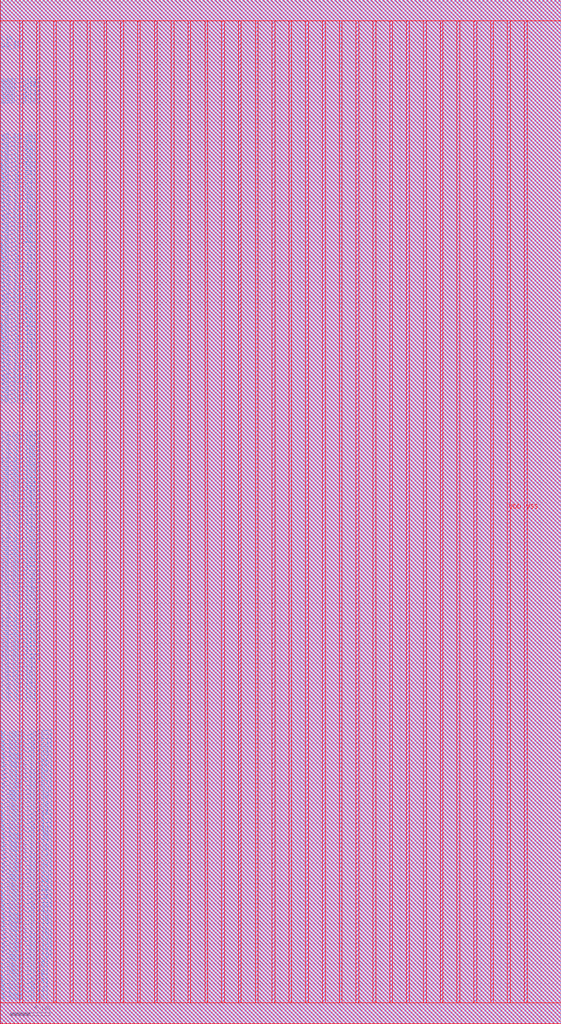
<source format=lef>
VERSION 5.7 ;
BUSBITCHARS "[]" ;
MACRO fakeram45_64x64
  FOREIGN fakeram45_64x64 0 0 ;
  SYMMETRY X Y R90 ;
  SIZE 56.050 BY 102.200 ;
  CLASS BLOCK ;
  PIN w_mask_in[0]
    DIRECTION INPUT ;
    USE SIGNAL ;
    SHAPE ABUTMENT ;
    PORT
      LAYER metal3 ;
      RECT 0.000 2.065 0.070 2.135 ;
    END
  END w_mask_in[0]
  PIN w_mask_in[1]
    DIRECTION INPUT ;
    USE SIGNAL ;
    SHAPE ABUTMENT ;
    PORT
      LAYER metal3 ;
      RECT 0.000 2.485 0.070 2.555 ;
    END
  END w_mask_in[1]
  PIN w_mask_in[2]
    DIRECTION INPUT ;
    USE SIGNAL ;
    SHAPE ABUTMENT ;
    PORT
      LAYER metal3 ;
      RECT 0.000 2.905 0.070 2.975 ;
    END
  END w_mask_in[2]
  PIN w_mask_in[3]
    DIRECTION INPUT ;
    USE SIGNAL ;
    SHAPE ABUTMENT ;
    PORT
      LAYER metal3 ;
      RECT 0.000 3.325 0.070 3.395 ;
    END
  END w_mask_in[3]
  PIN w_mask_in[4]
    DIRECTION INPUT ;
    USE SIGNAL ;
    SHAPE ABUTMENT ;
    PORT
      LAYER metal3 ;
      RECT 0.000 3.745 0.070 3.815 ;
    END
  END w_mask_in[4]
  PIN w_mask_in[5]
    DIRECTION INPUT ;
    USE SIGNAL ;
    SHAPE ABUTMENT ;
    PORT
      LAYER metal3 ;
      RECT 0.000 4.165 0.070 4.235 ;
    END
  END w_mask_in[5]
  PIN w_mask_in[6]
    DIRECTION INPUT ;
    USE SIGNAL ;
    SHAPE ABUTMENT ;
    PORT
      LAYER metal3 ;
      RECT 0.000 4.585 0.070 4.655 ;
    END
  END w_mask_in[6]
  PIN w_mask_in[7]
    DIRECTION INPUT ;
    USE SIGNAL ;
    SHAPE ABUTMENT ;
    PORT
      LAYER metal3 ;
      RECT 0.000 5.005 0.070 5.075 ;
    END
  END w_mask_in[7]
  PIN w_mask_in[8]
    DIRECTION INPUT ;
    USE SIGNAL ;
    SHAPE ABUTMENT ;
    PORT
      LAYER metal3 ;
      RECT 0.000 5.425 0.070 5.495 ;
    END
  END w_mask_in[8]
  PIN w_mask_in[9]
    DIRECTION INPUT ;
    USE SIGNAL ;
    SHAPE ABUTMENT ;
    PORT
      LAYER metal3 ;
      RECT 0.000 5.845 0.070 5.915 ;
    END
  END w_mask_in[9]
  PIN w_mask_in[10]
    DIRECTION INPUT ;
    USE SIGNAL ;
    SHAPE ABUTMENT ;
    PORT
      LAYER metal3 ;
      RECT 0.000 6.265 0.070 6.335 ;
    END
  END w_mask_in[10]
  PIN w_mask_in[11]
    DIRECTION INPUT ;
    USE SIGNAL ;
    SHAPE ABUTMENT ;
    PORT
      LAYER metal3 ;
      RECT 0.000 6.685 0.070 6.755 ;
    END
  END w_mask_in[11]
  PIN w_mask_in[12]
    DIRECTION INPUT ;
    USE SIGNAL ;
    SHAPE ABUTMENT ;
    PORT
      LAYER metal3 ;
      RECT 0.000 7.105 0.070 7.175 ;
    END
  END w_mask_in[12]
  PIN w_mask_in[13]
    DIRECTION INPUT ;
    USE SIGNAL ;
    SHAPE ABUTMENT ;
    PORT
      LAYER metal3 ;
      RECT 0.000 7.525 0.070 7.595 ;
    END
  END w_mask_in[13]
  PIN w_mask_in[14]
    DIRECTION INPUT ;
    USE SIGNAL ;
    SHAPE ABUTMENT ;
    PORT
      LAYER metal3 ;
      RECT 0.000 7.945 0.070 8.015 ;
    END
  END w_mask_in[14]
  PIN w_mask_in[15]
    DIRECTION INPUT ;
    USE SIGNAL ;
    SHAPE ABUTMENT ;
    PORT
      LAYER metal3 ;
      RECT 0.000 8.365 0.070 8.435 ;
    END
  END w_mask_in[15]
  PIN w_mask_in[16]
    DIRECTION INPUT ;
    USE SIGNAL ;
    SHAPE ABUTMENT ;
    PORT
      LAYER metal3 ;
      RECT 0.000 8.785 0.070 8.855 ;
    END
  END w_mask_in[16]
  PIN w_mask_in[17]
    DIRECTION INPUT ;
    USE SIGNAL ;
    SHAPE ABUTMENT ;
    PORT
      LAYER metal3 ;
      RECT 0.000 9.205 0.070 9.275 ;
    END
  END w_mask_in[17]
  PIN w_mask_in[18]
    DIRECTION INPUT ;
    USE SIGNAL ;
    SHAPE ABUTMENT ;
    PORT
      LAYER metal3 ;
      RECT 0.000 9.625 0.070 9.695 ;
    END
  END w_mask_in[18]
  PIN w_mask_in[19]
    DIRECTION INPUT ;
    USE SIGNAL ;
    SHAPE ABUTMENT ;
    PORT
      LAYER metal3 ;
      RECT 0.000 10.045 0.070 10.115 ;
    END
  END w_mask_in[19]
  PIN w_mask_in[20]
    DIRECTION INPUT ;
    USE SIGNAL ;
    SHAPE ABUTMENT ;
    PORT
      LAYER metal3 ;
      RECT 0.000 10.465 0.070 10.535 ;
    END
  END w_mask_in[20]
  PIN w_mask_in[21]
    DIRECTION INPUT ;
    USE SIGNAL ;
    SHAPE ABUTMENT ;
    PORT
      LAYER metal3 ;
      RECT 0.000 10.885 0.070 10.955 ;
    END
  END w_mask_in[21]
  PIN w_mask_in[22]
    DIRECTION INPUT ;
    USE SIGNAL ;
    SHAPE ABUTMENT ;
    PORT
      LAYER metal3 ;
      RECT 0.000 11.305 0.070 11.375 ;
    END
  END w_mask_in[22]
  PIN w_mask_in[23]
    DIRECTION INPUT ;
    USE SIGNAL ;
    SHAPE ABUTMENT ;
    PORT
      LAYER metal3 ;
      RECT 0.000 11.725 0.070 11.795 ;
    END
  END w_mask_in[23]
  PIN w_mask_in[24]
    DIRECTION INPUT ;
    USE SIGNAL ;
    SHAPE ABUTMENT ;
    PORT
      LAYER metal3 ;
      RECT 0.000 12.145 0.070 12.215 ;
    END
  END w_mask_in[24]
  PIN w_mask_in[25]
    DIRECTION INPUT ;
    USE SIGNAL ;
    SHAPE ABUTMENT ;
    PORT
      LAYER metal3 ;
      RECT 0.000 12.565 0.070 12.635 ;
    END
  END w_mask_in[25]
  PIN w_mask_in[26]
    DIRECTION INPUT ;
    USE SIGNAL ;
    SHAPE ABUTMENT ;
    PORT
      LAYER metal3 ;
      RECT 0.000 12.985 0.070 13.055 ;
    END
  END w_mask_in[26]
  PIN w_mask_in[27]
    DIRECTION INPUT ;
    USE SIGNAL ;
    SHAPE ABUTMENT ;
    PORT
      LAYER metal3 ;
      RECT 0.000 13.405 0.070 13.475 ;
    END
  END w_mask_in[27]
  PIN w_mask_in[28]
    DIRECTION INPUT ;
    USE SIGNAL ;
    SHAPE ABUTMENT ;
    PORT
      LAYER metal3 ;
      RECT 0.000 13.825 0.070 13.895 ;
    END
  END w_mask_in[28]
  PIN w_mask_in[29]
    DIRECTION INPUT ;
    USE SIGNAL ;
    SHAPE ABUTMENT ;
    PORT
      LAYER metal3 ;
      RECT 0.000 14.245 0.070 14.315 ;
    END
  END w_mask_in[29]
  PIN w_mask_in[30]
    DIRECTION INPUT ;
    USE SIGNAL ;
    SHAPE ABUTMENT ;
    PORT
      LAYER metal3 ;
      RECT 0.000 14.665 0.070 14.735 ;
    END
  END w_mask_in[30]
  PIN w_mask_in[31]
    DIRECTION INPUT ;
    USE SIGNAL ;
    SHAPE ABUTMENT ;
    PORT
      LAYER metal3 ;
      RECT 0.000 15.085 0.070 15.155 ;
    END
  END w_mask_in[31]
  PIN w_mask_in[32]
    DIRECTION INPUT ;
    USE SIGNAL ;
    SHAPE ABUTMENT ;
    PORT
      LAYER metal3 ;
      RECT 0.000 15.505 0.070 15.575 ;
    END
  END w_mask_in[32]
  PIN w_mask_in[33]
    DIRECTION INPUT ;
    USE SIGNAL ;
    SHAPE ABUTMENT ;
    PORT
      LAYER metal3 ;
      RECT 0.000 15.925 0.070 15.995 ;
    END
  END w_mask_in[33]
  PIN w_mask_in[34]
    DIRECTION INPUT ;
    USE SIGNAL ;
    SHAPE ABUTMENT ;
    PORT
      LAYER metal3 ;
      RECT 0.000 16.345 0.070 16.415 ;
    END
  END w_mask_in[34]
  PIN w_mask_in[35]
    DIRECTION INPUT ;
    USE SIGNAL ;
    SHAPE ABUTMENT ;
    PORT
      LAYER metal3 ;
      RECT 0.000 16.765 0.070 16.835 ;
    END
  END w_mask_in[35]
  PIN w_mask_in[36]
    DIRECTION INPUT ;
    USE SIGNAL ;
    SHAPE ABUTMENT ;
    PORT
      LAYER metal3 ;
      RECT 0.000 17.185 0.070 17.255 ;
    END
  END w_mask_in[36]
  PIN w_mask_in[37]
    DIRECTION INPUT ;
    USE SIGNAL ;
    SHAPE ABUTMENT ;
    PORT
      LAYER metal3 ;
      RECT 0.000 17.605 0.070 17.675 ;
    END
  END w_mask_in[37]
  PIN w_mask_in[38]
    DIRECTION INPUT ;
    USE SIGNAL ;
    SHAPE ABUTMENT ;
    PORT
      LAYER metal3 ;
      RECT 0.000 18.025 0.070 18.095 ;
    END
  END w_mask_in[38]
  PIN w_mask_in[39]
    DIRECTION INPUT ;
    USE SIGNAL ;
    SHAPE ABUTMENT ;
    PORT
      LAYER metal3 ;
      RECT 0.000 18.445 0.070 18.515 ;
    END
  END w_mask_in[39]
  PIN w_mask_in[40]
    DIRECTION INPUT ;
    USE SIGNAL ;
    SHAPE ABUTMENT ;
    PORT
      LAYER metal3 ;
      RECT 0.000 18.865 0.070 18.935 ;
    END
  END w_mask_in[40]
  PIN w_mask_in[41]
    DIRECTION INPUT ;
    USE SIGNAL ;
    SHAPE ABUTMENT ;
    PORT
      LAYER metal3 ;
      RECT 0.000 19.285 0.070 19.355 ;
    END
  END w_mask_in[41]
  PIN w_mask_in[42]
    DIRECTION INPUT ;
    USE SIGNAL ;
    SHAPE ABUTMENT ;
    PORT
      LAYER metal3 ;
      RECT 0.000 19.705 0.070 19.775 ;
    END
  END w_mask_in[42]
  PIN w_mask_in[43]
    DIRECTION INPUT ;
    USE SIGNAL ;
    SHAPE ABUTMENT ;
    PORT
      LAYER metal3 ;
      RECT 0.000 20.125 0.070 20.195 ;
    END
  END w_mask_in[43]
  PIN w_mask_in[44]
    DIRECTION INPUT ;
    USE SIGNAL ;
    SHAPE ABUTMENT ;
    PORT
      LAYER metal3 ;
      RECT 0.000 20.545 0.070 20.615 ;
    END
  END w_mask_in[44]
  PIN w_mask_in[45]
    DIRECTION INPUT ;
    USE SIGNAL ;
    SHAPE ABUTMENT ;
    PORT
      LAYER metal3 ;
      RECT 0.000 20.965 0.070 21.035 ;
    END
  END w_mask_in[45]
  PIN w_mask_in[46]
    DIRECTION INPUT ;
    USE SIGNAL ;
    SHAPE ABUTMENT ;
    PORT
      LAYER metal3 ;
      RECT 0.000 21.385 0.070 21.455 ;
    END
  END w_mask_in[46]
  PIN w_mask_in[47]
    DIRECTION INPUT ;
    USE SIGNAL ;
    SHAPE ABUTMENT ;
    PORT
      LAYER metal3 ;
      RECT 0.000 21.805 0.070 21.875 ;
    END
  END w_mask_in[47]
  PIN w_mask_in[48]
    DIRECTION INPUT ;
    USE SIGNAL ;
    SHAPE ABUTMENT ;
    PORT
      LAYER metal3 ;
      RECT 0.000 22.225 0.070 22.295 ;
    END
  END w_mask_in[48]
  PIN w_mask_in[49]
    DIRECTION INPUT ;
    USE SIGNAL ;
    SHAPE ABUTMENT ;
    PORT
      LAYER metal3 ;
      RECT 0.000 22.645 0.070 22.715 ;
    END
  END w_mask_in[49]
  PIN w_mask_in[50]
    DIRECTION INPUT ;
    USE SIGNAL ;
    SHAPE ABUTMENT ;
    PORT
      LAYER metal3 ;
      RECT 0.000 23.065 0.070 23.135 ;
    END
  END w_mask_in[50]
  PIN w_mask_in[51]
    DIRECTION INPUT ;
    USE SIGNAL ;
    SHAPE ABUTMENT ;
    PORT
      LAYER metal3 ;
      RECT 0.000 23.485 0.070 23.555 ;
    END
  END w_mask_in[51]
  PIN w_mask_in[52]
    DIRECTION INPUT ;
    USE SIGNAL ;
    SHAPE ABUTMENT ;
    PORT
      LAYER metal3 ;
      RECT 0.000 23.905 0.070 23.975 ;
    END
  END w_mask_in[52]
  PIN w_mask_in[53]
    DIRECTION INPUT ;
    USE SIGNAL ;
    SHAPE ABUTMENT ;
    PORT
      LAYER metal3 ;
      RECT 0.000 24.325 0.070 24.395 ;
    END
  END w_mask_in[53]
  PIN w_mask_in[54]
    DIRECTION INPUT ;
    USE SIGNAL ;
    SHAPE ABUTMENT ;
    PORT
      LAYER metal3 ;
      RECT 0.000 24.745 0.070 24.815 ;
    END
  END w_mask_in[54]
  PIN w_mask_in[55]
    DIRECTION INPUT ;
    USE SIGNAL ;
    SHAPE ABUTMENT ;
    PORT
      LAYER metal3 ;
      RECT 0.000 25.165 0.070 25.235 ;
    END
  END w_mask_in[55]
  PIN w_mask_in[56]
    DIRECTION INPUT ;
    USE SIGNAL ;
    SHAPE ABUTMENT ;
    PORT
      LAYER metal3 ;
      RECT 0.000 25.585 0.070 25.655 ;
    END
  END w_mask_in[56]
  PIN w_mask_in[57]
    DIRECTION INPUT ;
    USE SIGNAL ;
    SHAPE ABUTMENT ;
    PORT
      LAYER metal3 ;
      RECT 0.000 26.005 0.070 26.075 ;
    END
  END w_mask_in[57]
  PIN w_mask_in[58]
    DIRECTION INPUT ;
    USE SIGNAL ;
    SHAPE ABUTMENT ;
    PORT
      LAYER metal3 ;
      RECT 0.000 26.425 0.070 26.495 ;
    END
  END w_mask_in[58]
  PIN w_mask_in[59]
    DIRECTION INPUT ;
    USE SIGNAL ;
    SHAPE ABUTMENT ;
    PORT
      LAYER metal3 ;
      RECT 0.000 26.845 0.070 26.915 ;
    END
  END w_mask_in[59]
  PIN w_mask_in[60]
    DIRECTION INPUT ;
    USE SIGNAL ;
    SHAPE ABUTMENT ;
    PORT
      LAYER metal3 ;
      RECT 0.000 27.265 0.070 27.335 ;
    END
  END w_mask_in[60]
  PIN w_mask_in[61]
    DIRECTION INPUT ;
    USE SIGNAL ;
    SHAPE ABUTMENT ;
    PORT
      LAYER metal3 ;
      RECT 0.000 27.685 0.070 27.755 ;
    END
  END w_mask_in[61]
  PIN w_mask_in[62]
    DIRECTION INPUT ;
    USE SIGNAL ;
    SHAPE ABUTMENT ;
    PORT
      LAYER metal3 ;
      RECT 0.000 28.105 0.070 28.175 ;
    END
  END w_mask_in[62]
  PIN w_mask_in[63]
    DIRECTION INPUT ;
    USE SIGNAL ;
    SHAPE ABUTMENT ;
    PORT
      LAYER metal3 ;
      RECT 0.000 28.525 0.070 28.595 ;
    END
  END w_mask_in[63]
  PIN rd_out[0]
    DIRECTION OUTPUT ;
    USE SIGNAL ;
    SHAPE ABUTMENT ;
    PORT
      LAYER metal3 ;
      RECT 0.000 31.885 0.070 31.955 ;
    END
  END rd_out[0]
  PIN rd_out[1]
    DIRECTION OUTPUT ;
    USE SIGNAL ;
    SHAPE ABUTMENT ;
    PORT
      LAYER metal3 ;
      RECT 0.000 32.305 0.070 32.375 ;
    END
  END rd_out[1]
  PIN rd_out[2]
    DIRECTION OUTPUT ;
    USE SIGNAL ;
    SHAPE ABUTMENT ;
    PORT
      LAYER metal3 ;
      RECT 0.000 32.725 0.070 32.795 ;
    END
  END rd_out[2]
  PIN rd_out[3]
    DIRECTION OUTPUT ;
    USE SIGNAL ;
    SHAPE ABUTMENT ;
    PORT
      LAYER metal3 ;
      RECT 0.000 33.145 0.070 33.215 ;
    END
  END rd_out[3]
  PIN rd_out[4]
    DIRECTION OUTPUT ;
    USE SIGNAL ;
    SHAPE ABUTMENT ;
    PORT
      LAYER metal3 ;
      RECT 0.000 33.565 0.070 33.635 ;
    END
  END rd_out[4]
  PIN rd_out[5]
    DIRECTION OUTPUT ;
    USE SIGNAL ;
    SHAPE ABUTMENT ;
    PORT
      LAYER metal3 ;
      RECT 0.000 33.985 0.070 34.055 ;
    END
  END rd_out[5]
  PIN rd_out[6]
    DIRECTION OUTPUT ;
    USE SIGNAL ;
    SHAPE ABUTMENT ;
    PORT
      LAYER metal3 ;
      RECT 0.000 34.405 0.070 34.475 ;
    END
  END rd_out[6]
  PIN rd_out[7]
    DIRECTION OUTPUT ;
    USE SIGNAL ;
    SHAPE ABUTMENT ;
    PORT
      LAYER metal3 ;
      RECT 0.000 34.825 0.070 34.895 ;
    END
  END rd_out[7]
  PIN rd_out[8]
    DIRECTION OUTPUT ;
    USE SIGNAL ;
    SHAPE ABUTMENT ;
    PORT
      LAYER metal3 ;
      RECT 0.000 35.245 0.070 35.315 ;
    END
  END rd_out[8]
  PIN rd_out[9]
    DIRECTION OUTPUT ;
    USE SIGNAL ;
    SHAPE ABUTMENT ;
    PORT
      LAYER metal3 ;
      RECT 0.000 35.665 0.070 35.735 ;
    END
  END rd_out[9]
  PIN rd_out[10]
    DIRECTION OUTPUT ;
    USE SIGNAL ;
    SHAPE ABUTMENT ;
    PORT
      LAYER metal3 ;
      RECT 0.000 36.085 0.070 36.155 ;
    END
  END rd_out[10]
  PIN rd_out[11]
    DIRECTION OUTPUT ;
    USE SIGNAL ;
    SHAPE ABUTMENT ;
    PORT
      LAYER metal3 ;
      RECT 0.000 36.505 0.070 36.575 ;
    END
  END rd_out[11]
  PIN rd_out[12]
    DIRECTION OUTPUT ;
    USE SIGNAL ;
    SHAPE ABUTMENT ;
    PORT
      LAYER metal3 ;
      RECT 0.000 36.925 0.070 36.995 ;
    END
  END rd_out[12]
  PIN rd_out[13]
    DIRECTION OUTPUT ;
    USE SIGNAL ;
    SHAPE ABUTMENT ;
    PORT
      LAYER metal3 ;
      RECT 0.000 37.345 0.070 37.415 ;
    END
  END rd_out[13]
  PIN rd_out[14]
    DIRECTION OUTPUT ;
    USE SIGNAL ;
    SHAPE ABUTMENT ;
    PORT
      LAYER metal3 ;
      RECT 0.000 37.765 0.070 37.835 ;
    END
  END rd_out[14]
  PIN rd_out[15]
    DIRECTION OUTPUT ;
    USE SIGNAL ;
    SHAPE ABUTMENT ;
    PORT
      LAYER metal3 ;
      RECT 0.000 38.185 0.070 38.255 ;
    END
  END rd_out[15]
  PIN rd_out[16]
    DIRECTION OUTPUT ;
    USE SIGNAL ;
    SHAPE ABUTMENT ;
    PORT
      LAYER metal3 ;
      RECT 0.000 38.605 0.070 38.675 ;
    END
  END rd_out[16]
  PIN rd_out[17]
    DIRECTION OUTPUT ;
    USE SIGNAL ;
    SHAPE ABUTMENT ;
    PORT
      LAYER metal3 ;
      RECT 0.000 39.025 0.070 39.095 ;
    END
  END rd_out[17]
  PIN rd_out[18]
    DIRECTION OUTPUT ;
    USE SIGNAL ;
    SHAPE ABUTMENT ;
    PORT
      LAYER metal3 ;
      RECT 0.000 39.445 0.070 39.515 ;
    END
  END rd_out[18]
  PIN rd_out[19]
    DIRECTION OUTPUT ;
    USE SIGNAL ;
    SHAPE ABUTMENT ;
    PORT
      LAYER metal3 ;
      RECT 0.000 39.865 0.070 39.935 ;
    END
  END rd_out[19]
  PIN rd_out[20]
    DIRECTION OUTPUT ;
    USE SIGNAL ;
    SHAPE ABUTMENT ;
    PORT
      LAYER metal3 ;
      RECT 0.000 40.285 0.070 40.355 ;
    END
  END rd_out[20]
  PIN rd_out[21]
    DIRECTION OUTPUT ;
    USE SIGNAL ;
    SHAPE ABUTMENT ;
    PORT
      LAYER metal3 ;
      RECT 0.000 40.705 0.070 40.775 ;
    END
  END rd_out[21]
  PIN rd_out[22]
    DIRECTION OUTPUT ;
    USE SIGNAL ;
    SHAPE ABUTMENT ;
    PORT
      LAYER metal3 ;
      RECT 0.000 41.125 0.070 41.195 ;
    END
  END rd_out[22]
  PIN rd_out[23]
    DIRECTION OUTPUT ;
    USE SIGNAL ;
    SHAPE ABUTMENT ;
    PORT
      LAYER metal3 ;
      RECT 0.000 41.545 0.070 41.615 ;
    END
  END rd_out[23]
  PIN rd_out[24]
    DIRECTION OUTPUT ;
    USE SIGNAL ;
    SHAPE ABUTMENT ;
    PORT
      LAYER metal3 ;
      RECT 0.000 41.965 0.070 42.035 ;
    END
  END rd_out[24]
  PIN rd_out[25]
    DIRECTION OUTPUT ;
    USE SIGNAL ;
    SHAPE ABUTMENT ;
    PORT
      LAYER metal3 ;
      RECT 0.000 42.385 0.070 42.455 ;
    END
  END rd_out[25]
  PIN rd_out[26]
    DIRECTION OUTPUT ;
    USE SIGNAL ;
    SHAPE ABUTMENT ;
    PORT
      LAYER metal3 ;
      RECT 0.000 42.805 0.070 42.875 ;
    END
  END rd_out[26]
  PIN rd_out[27]
    DIRECTION OUTPUT ;
    USE SIGNAL ;
    SHAPE ABUTMENT ;
    PORT
      LAYER metal3 ;
      RECT 0.000 43.225 0.070 43.295 ;
    END
  END rd_out[27]
  PIN rd_out[28]
    DIRECTION OUTPUT ;
    USE SIGNAL ;
    SHAPE ABUTMENT ;
    PORT
      LAYER metal3 ;
      RECT 0.000 43.645 0.070 43.715 ;
    END
  END rd_out[28]
  PIN rd_out[29]
    DIRECTION OUTPUT ;
    USE SIGNAL ;
    SHAPE ABUTMENT ;
    PORT
      LAYER metal3 ;
      RECT 0.000 44.065 0.070 44.135 ;
    END
  END rd_out[29]
  PIN rd_out[30]
    DIRECTION OUTPUT ;
    USE SIGNAL ;
    SHAPE ABUTMENT ;
    PORT
      LAYER metal3 ;
      RECT 0.000 44.485 0.070 44.555 ;
    END
  END rd_out[30]
  PIN rd_out[31]
    DIRECTION OUTPUT ;
    USE SIGNAL ;
    SHAPE ABUTMENT ;
    PORT
      LAYER metal3 ;
      RECT 0.000 44.905 0.070 44.975 ;
    END
  END rd_out[31]
  PIN rd_out[32]
    DIRECTION OUTPUT ;
    USE SIGNAL ;
    SHAPE ABUTMENT ;
    PORT
      LAYER metal3 ;
      RECT 0.000 45.325 0.070 45.395 ;
    END
  END rd_out[32]
  PIN rd_out[33]
    DIRECTION OUTPUT ;
    USE SIGNAL ;
    SHAPE ABUTMENT ;
    PORT
      LAYER metal3 ;
      RECT 0.000 45.745 0.070 45.815 ;
    END
  END rd_out[33]
  PIN rd_out[34]
    DIRECTION OUTPUT ;
    USE SIGNAL ;
    SHAPE ABUTMENT ;
    PORT
      LAYER metal3 ;
      RECT 0.000 46.165 0.070 46.235 ;
    END
  END rd_out[34]
  PIN rd_out[35]
    DIRECTION OUTPUT ;
    USE SIGNAL ;
    SHAPE ABUTMENT ;
    PORT
      LAYER metal3 ;
      RECT 0.000 46.585 0.070 46.655 ;
    END
  END rd_out[35]
  PIN rd_out[36]
    DIRECTION OUTPUT ;
    USE SIGNAL ;
    SHAPE ABUTMENT ;
    PORT
      LAYER metal3 ;
      RECT 0.000 47.005 0.070 47.075 ;
    END
  END rd_out[36]
  PIN rd_out[37]
    DIRECTION OUTPUT ;
    USE SIGNAL ;
    SHAPE ABUTMENT ;
    PORT
      LAYER metal3 ;
      RECT 0.000 47.425 0.070 47.495 ;
    END
  END rd_out[37]
  PIN rd_out[38]
    DIRECTION OUTPUT ;
    USE SIGNAL ;
    SHAPE ABUTMENT ;
    PORT
      LAYER metal3 ;
      RECT 0.000 47.845 0.070 47.915 ;
    END
  END rd_out[38]
  PIN rd_out[39]
    DIRECTION OUTPUT ;
    USE SIGNAL ;
    SHAPE ABUTMENT ;
    PORT
      LAYER metal3 ;
      RECT 0.000 48.265 0.070 48.335 ;
    END
  END rd_out[39]
  PIN rd_out[40]
    DIRECTION OUTPUT ;
    USE SIGNAL ;
    SHAPE ABUTMENT ;
    PORT
      LAYER metal3 ;
      RECT 0.000 48.685 0.070 48.755 ;
    END
  END rd_out[40]
  PIN rd_out[41]
    DIRECTION OUTPUT ;
    USE SIGNAL ;
    SHAPE ABUTMENT ;
    PORT
      LAYER metal3 ;
      RECT 0.000 49.105 0.070 49.175 ;
    END
  END rd_out[41]
  PIN rd_out[42]
    DIRECTION OUTPUT ;
    USE SIGNAL ;
    SHAPE ABUTMENT ;
    PORT
      LAYER metal3 ;
      RECT 0.000 49.525 0.070 49.595 ;
    END
  END rd_out[42]
  PIN rd_out[43]
    DIRECTION OUTPUT ;
    USE SIGNAL ;
    SHAPE ABUTMENT ;
    PORT
      LAYER metal3 ;
      RECT 0.000 49.945 0.070 50.015 ;
    END
  END rd_out[43]
  PIN rd_out[44]
    DIRECTION OUTPUT ;
    USE SIGNAL ;
    SHAPE ABUTMENT ;
    PORT
      LAYER metal3 ;
      RECT 0.000 50.365 0.070 50.435 ;
    END
  END rd_out[44]
  PIN rd_out[45]
    DIRECTION OUTPUT ;
    USE SIGNAL ;
    SHAPE ABUTMENT ;
    PORT
      LAYER metal3 ;
      RECT 0.000 50.785 0.070 50.855 ;
    END
  END rd_out[45]
  PIN rd_out[46]
    DIRECTION OUTPUT ;
    USE SIGNAL ;
    SHAPE ABUTMENT ;
    PORT
      LAYER metal3 ;
      RECT 0.000 51.205 0.070 51.275 ;
    END
  END rd_out[46]
  PIN rd_out[47]
    DIRECTION OUTPUT ;
    USE SIGNAL ;
    SHAPE ABUTMENT ;
    PORT
      LAYER metal3 ;
      RECT 0.000 51.625 0.070 51.695 ;
    END
  END rd_out[47]
  PIN rd_out[48]
    DIRECTION OUTPUT ;
    USE SIGNAL ;
    SHAPE ABUTMENT ;
    PORT
      LAYER metal3 ;
      RECT 0.000 52.045 0.070 52.115 ;
    END
  END rd_out[48]
  PIN rd_out[49]
    DIRECTION OUTPUT ;
    USE SIGNAL ;
    SHAPE ABUTMENT ;
    PORT
      LAYER metal3 ;
      RECT 0.000 52.465 0.070 52.535 ;
    END
  END rd_out[49]
  PIN rd_out[50]
    DIRECTION OUTPUT ;
    USE SIGNAL ;
    SHAPE ABUTMENT ;
    PORT
      LAYER metal3 ;
      RECT 0.000 52.885 0.070 52.955 ;
    END
  END rd_out[50]
  PIN rd_out[51]
    DIRECTION OUTPUT ;
    USE SIGNAL ;
    SHAPE ABUTMENT ;
    PORT
      LAYER metal3 ;
      RECT 0.000 53.305 0.070 53.375 ;
    END
  END rd_out[51]
  PIN rd_out[52]
    DIRECTION OUTPUT ;
    USE SIGNAL ;
    SHAPE ABUTMENT ;
    PORT
      LAYER metal3 ;
      RECT 0.000 53.725 0.070 53.795 ;
    END
  END rd_out[52]
  PIN rd_out[53]
    DIRECTION OUTPUT ;
    USE SIGNAL ;
    SHAPE ABUTMENT ;
    PORT
      LAYER metal3 ;
      RECT 0.000 54.145 0.070 54.215 ;
    END
  END rd_out[53]
  PIN rd_out[54]
    DIRECTION OUTPUT ;
    USE SIGNAL ;
    SHAPE ABUTMENT ;
    PORT
      LAYER metal3 ;
      RECT 0.000 54.565 0.070 54.635 ;
    END
  END rd_out[54]
  PIN rd_out[55]
    DIRECTION OUTPUT ;
    USE SIGNAL ;
    SHAPE ABUTMENT ;
    PORT
      LAYER metal3 ;
      RECT 0.000 54.985 0.070 55.055 ;
    END
  END rd_out[55]
  PIN rd_out[56]
    DIRECTION OUTPUT ;
    USE SIGNAL ;
    SHAPE ABUTMENT ;
    PORT
      LAYER metal3 ;
      RECT 0.000 55.405 0.070 55.475 ;
    END
  END rd_out[56]
  PIN rd_out[57]
    DIRECTION OUTPUT ;
    USE SIGNAL ;
    SHAPE ABUTMENT ;
    PORT
      LAYER metal3 ;
      RECT 0.000 55.825 0.070 55.895 ;
    END
  END rd_out[57]
  PIN rd_out[58]
    DIRECTION OUTPUT ;
    USE SIGNAL ;
    SHAPE ABUTMENT ;
    PORT
      LAYER metal3 ;
      RECT 0.000 56.245 0.070 56.315 ;
    END
  END rd_out[58]
  PIN rd_out[59]
    DIRECTION OUTPUT ;
    USE SIGNAL ;
    SHAPE ABUTMENT ;
    PORT
      LAYER metal3 ;
      RECT 0.000 56.665 0.070 56.735 ;
    END
  END rd_out[59]
  PIN rd_out[60]
    DIRECTION OUTPUT ;
    USE SIGNAL ;
    SHAPE ABUTMENT ;
    PORT
      LAYER metal3 ;
      RECT 0.000 57.085 0.070 57.155 ;
    END
  END rd_out[60]
  PIN rd_out[61]
    DIRECTION OUTPUT ;
    USE SIGNAL ;
    SHAPE ABUTMENT ;
    PORT
      LAYER metal3 ;
      RECT 0.000 57.505 0.070 57.575 ;
    END
  END rd_out[61]
  PIN rd_out[62]
    DIRECTION OUTPUT ;
    USE SIGNAL ;
    SHAPE ABUTMENT ;
    PORT
      LAYER metal3 ;
      RECT 0.000 57.925 0.070 57.995 ;
    END
  END rd_out[62]
  PIN rd_out[63]
    DIRECTION OUTPUT ;
    USE SIGNAL ;
    SHAPE ABUTMENT ;
    PORT
      LAYER metal3 ;
      RECT 0.000 58.345 0.070 58.415 ;
    END
  END rd_out[63]
  PIN wd_in[0]
    DIRECTION INPUT ;
    USE SIGNAL ;
    SHAPE ABUTMENT ;
    PORT
      LAYER metal3 ;
      RECT 0.000 61.705 0.070 61.775 ;
    END
  END wd_in[0]
  PIN wd_in[1]
    DIRECTION INPUT ;
    USE SIGNAL ;
    SHAPE ABUTMENT ;
    PORT
      LAYER metal3 ;
      RECT 0.000 62.125 0.070 62.195 ;
    END
  END wd_in[1]
  PIN wd_in[2]
    DIRECTION INPUT ;
    USE SIGNAL ;
    SHAPE ABUTMENT ;
    PORT
      LAYER metal3 ;
      RECT 0.000 62.545 0.070 62.615 ;
    END
  END wd_in[2]
  PIN wd_in[3]
    DIRECTION INPUT ;
    USE SIGNAL ;
    SHAPE ABUTMENT ;
    PORT
      LAYER metal3 ;
      RECT 0.000 62.965 0.070 63.035 ;
    END
  END wd_in[3]
  PIN wd_in[4]
    DIRECTION INPUT ;
    USE SIGNAL ;
    SHAPE ABUTMENT ;
    PORT
      LAYER metal3 ;
      RECT 0.000 63.385 0.070 63.455 ;
    END
  END wd_in[4]
  PIN wd_in[5]
    DIRECTION INPUT ;
    USE SIGNAL ;
    SHAPE ABUTMENT ;
    PORT
      LAYER metal3 ;
      RECT 0.000 63.805 0.070 63.875 ;
    END
  END wd_in[5]
  PIN wd_in[6]
    DIRECTION INPUT ;
    USE SIGNAL ;
    SHAPE ABUTMENT ;
    PORT
      LAYER metal3 ;
      RECT 0.000 64.225 0.070 64.295 ;
    END
  END wd_in[6]
  PIN wd_in[7]
    DIRECTION INPUT ;
    USE SIGNAL ;
    SHAPE ABUTMENT ;
    PORT
      LAYER metal3 ;
      RECT 0.000 64.645 0.070 64.715 ;
    END
  END wd_in[7]
  PIN wd_in[8]
    DIRECTION INPUT ;
    USE SIGNAL ;
    SHAPE ABUTMENT ;
    PORT
      LAYER metal3 ;
      RECT 0.000 65.065 0.070 65.135 ;
    END
  END wd_in[8]
  PIN wd_in[9]
    DIRECTION INPUT ;
    USE SIGNAL ;
    SHAPE ABUTMENT ;
    PORT
      LAYER metal3 ;
      RECT 0.000 65.485 0.070 65.555 ;
    END
  END wd_in[9]
  PIN wd_in[10]
    DIRECTION INPUT ;
    USE SIGNAL ;
    SHAPE ABUTMENT ;
    PORT
      LAYER metal3 ;
      RECT 0.000 65.905 0.070 65.975 ;
    END
  END wd_in[10]
  PIN wd_in[11]
    DIRECTION INPUT ;
    USE SIGNAL ;
    SHAPE ABUTMENT ;
    PORT
      LAYER metal3 ;
      RECT 0.000 66.325 0.070 66.395 ;
    END
  END wd_in[11]
  PIN wd_in[12]
    DIRECTION INPUT ;
    USE SIGNAL ;
    SHAPE ABUTMENT ;
    PORT
      LAYER metal3 ;
      RECT 0.000 66.745 0.070 66.815 ;
    END
  END wd_in[12]
  PIN wd_in[13]
    DIRECTION INPUT ;
    USE SIGNAL ;
    SHAPE ABUTMENT ;
    PORT
      LAYER metal3 ;
      RECT 0.000 67.165 0.070 67.235 ;
    END
  END wd_in[13]
  PIN wd_in[14]
    DIRECTION INPUT ;
    USE SIGNAL ;
    SHAPE ABUTMENT ;
    PORT
      LAYER metal3 ;
      RECT 0.000 67.585 0.070 67.655 ;
    END
  END wd_in[14]
  PIN wd_in[15]
    DIRECTION INPUT ;
    USE SIGNAL ;
    SHAPE ABUTMENT ;
    PORT
      LAYER metal3 ;
      RECT 0.000 68.005 0.070 68.075 ;
    END
  END wd_in[15]
  PIN wd_in[16]
    DIRECTION INPUT ;
    USE SIGNAL ;
    SHAPE ABUTMENT ;
    PORT
      LAYER metal3 ;
      RECT 0.000 68.425 0.070 68.495 ;
    END
  END wd_in[16]
  PIN wd_in[17]
    DIRECTION INPUT ;
    USE SIGNAL ;
    SHAPE ABUTMENT ;
    PORT
      LAYER metal3 ;
      RECT 0.000 68.845 0.070 68.915 ;
    END
  END wd_in[17]
  PIN wd_in[18]
    DIRECTION INPUT ;
    USE SIGNAL ;
    SHAPE ABUTMENT ;
    PORT
      LAYER metal3 ;
      RECT 0.000 69.265 0.070 69.335 ;
    END
  END wd_in[18]
  PIN wd_in[19]
    DIRECTION INPUT ;
    USE SIGNAL ;
    SHAPE ABUTMENT ;
    PORT
      LAYER metal3 ;
      RECT 0.000 69.685 0.070 69.755 ;
    END
  END wd_in[19]
  PIN wd_in[20]
    DIRECTION INPUT ;
    USE SIGNAL ;
    SHAPE ABUTMENT ;
    PORT
      LAYER metal3 ;
      RECT 0.000 70.105 0.070 70.175 ;
    END
  END wd_in[20]
  PIN wd_in[21]
    DIRECTION INPUT ;
    USE SIGNAL ;
    SHAPE ABUTMENT ;
    PORT
      LAYER metal3 ;
      RECT 0.000 70.525 0.070 70.595 ;
    END
  END wd_in[21]
  PIN wd_in[22]
    DIRECTION INPUT ;
    USE SIGNAL ;
    SHAPE ABUTMENT ;
    PORT
      LAYER metal3 ;
      RECT 0.000 70.945 0.070 71.015 ;
    END
  END wd_in[22]
  PIN wd_in[23]
    DIRECTION INPUT ;
    USE SIGNAL ;
    SHAPE ABUTMENT ;
    PORT
      LAYER metal3 ;
      RECT 0.000 71.365 0.070 71.435 ;
    END
  END wd_in[23]
  PIN wd_in[24]
    DIRECTION INPUT ;
    USE SIGNAL ;
    SHAPE ABUTMENT ;
    PORT
      LAYER metal3 ;
      RECT 0.000 71.785 0.070 71.855 ;
    END
  END wd_in[24]
  PIN wd_in[25]
    DIRECTION INPUT ;
    USE SIGNAL ;
    SHAPE ABUTMENT ;
    PORT
      LAYER metal3 ;
      RECT 0.000 72.205 0.070 72.275 ;
    END
  END wd_in[25]
  PIN wd_in[26]
    DIRECTION INPUT ;
    USE SIGNAL ;
    SHAPE ABUTMENT ;
    PORT
      LAYER metal3 ;
      RECT 0.000 72.625 0.070 72.695 ;
    END
  END wd_in[26]
  PIN wd_in[27]
    DIRECTION INPUT ;
    USE SIGNAL ;
    SHAPE ABUTMENT ;
    PORT
      LAYER metal3 ;
      RECT 0.000 73.045 0.070 73.115 ;
    END
  END wd_in[27]
  PIN wd_in[28]
    DIRECTION INPUT ;
    USE SIGNAL ;
    SHAPE ABUTMENT ;
    PORT
      LAYER metal3 ;
      RECT 0.000 73.465 0.070 73.535 ;
    END
  END wd_in[28]
  PIN wd_in[29]
    DIRECTION INPUT ;
    USE SIGNAL ;
    SHAPE ABUTMENT ;
    PORT
      LAYER metal3 ;
      RECT 0.000 73.885 0.070 73.955 ;
    END
  END wd_in[29]
  PIN wd_in[30]
    DIRECTION INPUT ;
    USE SIGNAL ;
    SHAPE ABUTMENT ;
    PORT
      LAYER metal3 ;
      RECT 0.000 74.305 0.070 74.375 ;
    END
  END wd_in[30]
  PIN wd_in[31]
    DIRECTION INPUT ;
    USE SIGNAL ;
    SHAPE ABUTMENT ;
    PORT
      LAYER metal3 ;
      RECT 0.000 74.725 0.070 74.795 ;
    END
  END wd_in[31]
  PIN wd_in[32]
    DIRECTION INPUT ;
    USE SIGNAL ;
    SHAPE ABUTMENT ;
    PORT
      LAYER metal3 ;
      RECT 0.000 75.145 0.070 75.215 ;
    END
  END wd_in[32]
  PIN wd_in[33]
    DIRECTION INPUT ;
    USE SIGNAL ;
    SHAPE ABUTMENT ;
    PORT
      LAYER metal3 ;
      RECT 0.000 75.565 0.070 75.635 ;
    END
  END wd_in[33]
  PIN wd_in[34]
    DIRECTION INPUT ;
    USE SIGNAL ;
    SHAPE ABUTMENT ;
    PORT
      LAYER metal3 ;
      RECT 0.000 75.985 0.070 76.055 ;
    END
  END wd_in[34]
  PIN wd_in[35]
    DIRECTION INPUT ;
    USE SIGNAL ;
    SHAPE ABUTMENT ;
    PORT
      LAYER metal3 ;
      RECT 0.000 76.405 0.070 76.475 ;
    END
  END wd_in[35]
  PIN wd_in[36]
    DIRECTION INPUT ;
    USE SIGNAL ;
    SHAPE ABUTMENT ;
    PORT
      LAYER metal3 ;
      RECT 0.000 76.825 0.070 76.895 ;
    END
  END wd_in[36]
  PIN wd_in[37]
    DIRECTION INPUT ;
    USE SIGNAL ;
    SHAPE ABUTMENT ;
    PORT
      LAYER metal3 ;
      RECT 0.000 77.245 0.070 77.315 ;
    END
  END wd_in[37]
  PIN wd_in[38]
    DIRECTION INPUT ;
    USE SIGNAL ;
    SHAPE ABUTMENT ;
    PORT
      LAYER metal3 ;
      RECT 0.000 77.665 0.070 77.735 ;
    END
  END wd_in[38]
  PIN wd_in[39]
    DIRECTION INPUT ;
    USE SIGNAL ;
    SHAPE ABUTMENT ;
    PORT
      LAYER metal3 ;
      RECT 0.000 78.085 0.070 78.155 ;
    END
  END wd_in[39]
  PIN wd_in[40]
    DIRECTION INPUT ;
    USE SIGNAL ;
    SHAPE ABUTMENT ;
    PORT
      LAYER metal3 ;
      RECT 0.000 78.505 0.070 78.575 ;
    END
  END wd_in[40]
  PIN wd_in[41]
    DIRECTION INPUT ;
    USE SIGNAL ;
    SHAPE ABUTMENT ;
    PORT
      LAYER metal3 ;
      RECT 0.000 78.925 0.070 78.995 ;
    END
  END wd_in[41]
  PIN wd_in[42]
    DIRECTION INPUT ;
    USE SIGNAL ;
    SHAPE ABUTMENT ;
    PORT
      LAYER metal3 ;
      RECT 0.000 79.345 0.070 79.415 ;
    END
  END wd_in[42]
  PIN wd_in[43]
    DIRECTION INPUT ;
    USE SIGNAL ;
    SHAPE ABUTMENT ;
    PORT
      LAYER metal3 ;
      RECT 0.000 79.765 0.070 79.835 ;
    END
  END wd_in[43]
  PIN wd_in[44]
    DIRECTION INPUT ;
    USE SIGNAL ;
    SHAPE ABUTMENT ;
    PORT
      LAYER metal3 ;
      RECT 0.000 80.185 0.070 80.255 ;
    END
  END wd_in[44]
  PIN wd_in[45]
    DIRECTION INPUT ;
    USE SIGNAL ;
    SHAPE ABUTMENT ;
    PORT
      LAYER metal3 ;
      RECT 0.000 80.605 0.070 80.675 ;
    END
  END wd_in[45]
  PIN wd_in[46]
    DIRECTION INPUT ;
    USE SIGNAL ;
    SHAPE ABUTMENT ;
    PORT
      LAYER metal3 ;
      RECT 0.000 81.025 0.070 81.095 ;
    END
  END wd_in[46]
  PIN wd_in[47]
    DIRECTION INPUT ;
    USE SIGNAL ;
    SHAPE ABUTMENT ;
    PORT
      LAYER metal3 ;
      RECT 0.000 81.445 0.070 81.515 ;
    END
  END wd_in[47]
  PIN wd_in[48]
    DIRECTION INPUT ;
    USE SIGNAL ;
    SHAPE ABUTMENT ;
    PORT
      LAYER metal3 ;
      RECT 0.000 81.865 0.070 81.935 ;
    END
  END wd_in[48]
  PIN wd_in[49]
    DIRECTION INPUT ;
    USE SIGNAL ;
    SHAPE ABUTMENT ;
    PORT
      LAYER metal3 ;
      RECT 0.000 82.285 0.070 82.355 ;
    END
  END wd_in[49]
  PIN wd_in[50]
    DIRECTION INPUT ;
    USE SIGNAL ;
    SHAPE ABUTMENT ;
    PORT
      LAYER metal3 ;
      RECT 0.000 82.705 0.070 82.775 ;
    END
  END wd_in[50]
  PIN wd_in[51]
    DIRECTION INPUT ;
    USE SIGNAL ;
    SHAPE ABUTMENT ;
    PORT
      LAYER metal3 ;
      RECT 0.000 83.125 0.070 83.195 ;
    END
  END wd_in[51]
  PIN wd_in[52]
    DIRECTION INPUT ;
    USE SIGNAL ;
    SHAPE ABUTMENT ;
    PORT
      LAYER metal3 ;
      RECT 0.000 83.545 0.070 83.615 ;
    END
  END wd_in[52]
  PIN wd_in[53]
    DIRECTION INPUT ;
    USE SIGNAL ;
    SHAPE ABUTMENT ;
    PORT
      LAYER metal3 ;
      RECT 0.000 83.965 0.070 84.035 ;
    END
  END wd_in[53]
  PIN wd_in[54]
    DIRECTION INPUT ;
    USE SIGNAL ;
    SHAPE ABUTMENT ;
    PORT
      LAYER metal3 ;
      RECT 0.000 84.385 0.070 84.455 ;
    END
  END wd_in[54]
  PIN wd_in[55]
    DIRECTION INPUT ;
    USE SIGNAL ;
    SHAPE ABUTMENT ;
    PORT
      LAYER metal3 ;
      RECT 0.000 84.805 0.070 84.875 ;
    END
  END wd_in[55]
  PIN wd_in[56]
    DIRECTION INPUT ;
    USE SIGNAL ;
    SHAPE ABUTMENT ;
    PORT
      LAYER metal3 ;
      RECT 0.000 85.225 0.070 85.295 ;
    END
  END wd_in[56]
  PIN wd_in[57]
    DIRECTION INPUT ;
    USE SIGNAL ;
    SHAPE ABUTMENT ;
    PORT
      LAYER metal3 ;
      RECT 0.000 85.645 0.070 85.715 ;
    END
  END wd_in[57]
  PIN wd_in[58]
    DIRECTION INPUT ;
    USE SIGNAL ;
    SHAPE ABUTMENT ;
    PORT
      LAYER metal3 ;
      RECT 0.000 86.065 0.070 86.135 ;
    END
  END wd_in[58]
  PIN wd_in[59]
    DIRECTION INPUT ;
    USE SIGNAL ;
    SHAPE ABUTMENT ;
    PORT
      LAYER metal3 ;
      RECT 0.000 86.485 0.070 86.555 ;
    END
  END wd_in[59]
  PIN wd_in[60]
    DIRECTION INPUT ;
    USE SIGNAL ;
    SHAPE ABUTMENT ;
    PORT
      LAYER metal3 ;
      RECT 0.000 86.905 0.070 86.975 ;
    END
  END wd_in[60]
  PIN wd_in[61]
    DIRECTION INPUT ;
    USE SIGNAL ;
    SHAPE ABUTMENT ;
    PORT
      LAYER metal3 ;
      RECT 0.000 87.325 0.070 87.395 ;
    END
  END wd_in[61]
  PIN wd_in[62]
    DIRECTION INPUT ;
    USE SIGNAL ;
    SHAPE ABUTMENT ;
    PORT
      LAYER metal3 ;
      RECT 0.000 87.745 0.070 87.815 ;
    END
  END wd_in[62]
  PIN wd_in[63]
    DIRECTION INPUT ;
    USE SIGNAL ;
    SHAPE ABUTMENT ;
    PORT
      LAYER metal3 ;
      RECT 0.000 88.165 0.070 88.235 ;
    END
  END wd_in[63]
  PIN addr_in[0]
    DIRECTION INPUT ;
    USE SIGNAL ;
    SHAPE ABUTMENT ;
    PORT
      LAYER metal3 ;
      RECT 0.000 91.525 0.070 91.595 ;
    END
  END addr_in[0]
  PIN addr_in[1]
    DIRECTION INPUT ;
    USE SIGNAL ;
    SHAPE ABUTMENT ;
    PORT
      LAYER metal3 ;
      RECT 0.000 91.945 0.070 92.015 ;
    END
  END addr_in[1]
  PIN addr_in[2]
    DIRECTION INPUT ;
    USE SIGNAL ;
    SHAPE ABUTMENT ;
    PORT
      LAYER metal3 ;
      RECT 0.000 92.365 0.070 92.435 ;
    END
  END addr_in[2]
  PIN addr_in[3]
    DIRECTION INPUT ;
    USE SIGNAL ;
    SHAPE ABUTMENT ;
    PORT
      LAYER metal3 ;
      RECT 0.000 92.785 0.070 92.855 ;
    END
  END addr_in[3]
  PIN addr_in[4]
    DIRECTION INPUT ;
    USE SIGNAL ;
    SHAPE ABUTMENT ;
    PORT
      LAYER metal3 ;
      RECT 0.000 93.205 0.070 93.275 ;
    END
  END addr_in[4]
  PIN addr_in[5]
    DIRECTION INPUT ;
    USE SIGNAL ;
    SHAPE ABUTMENT ;
    PORT
      LAYER metal3 ;
      RECT 0.000 93.625 0.070 93.695 ;
    END
  END addr_in[5]
  PIN we_in
    DIRECTION INPUT ;
    USE SIGNAL ;
    SHAPE ABUTMENT ;
    PORT
      LAYER metal3 ;
      RECT 0.000 96.985 0.070 97.055 ;
    END
  END we_in
  PIN ce_in
    DIRECTION INPUT ;
    USE SIGNAL ;
    SHAPE ABUTMENT ;
    PORT
      LAYER metal3 ;
      RECT 0.000 97.405 0.070 97.475 ;
    END
  END ce_in
  PIN clk
    DIRECTION INPUT ;
    USE SIGNAL ;
    SHAPE ABUTMENT ;
    PORT
      LAYER metal3 ;
      RECT 0.000 97.825 0.070 97.895 ;
    END
  END clk
  PIN VSS
    DIRECTION INOUT ;
    USE GROUND ;
    PORT
      LAYER metal4 ;
      RECT 1.960 2.100 2.240 100.100 ;
      RECT 5.320 2.100 5.600 100.100 ;
      RECT 8.680 2.100 8.960 100.100 ;
      RECT 12.040 2.100 12.320 100.100 ;
      RECT 15.400 2.100 15.680 100.100 ;
      RECT 18.760 2.100 19.040 100.100 ;
      RECT 22.120 2.100 22.400 100.100 ;
      RECT 25.480 2.100 25.760 100.100 ;
      RECT 28.840 2.100 29.120 100.100 ;
      RECT 32.200 2.100 32.480 100.100 ;
      RECT 35.560 2.100 35.840 100.100 ;
      RECT 38.920 2.100 39.200 100.100 ;
      RECT 42.280 2.100 42.560 100.100 ;
      RECT 45.640 2.100 45.920 100.100 ;
      RECT 49.000 2.100 49.280 100.100 ;
      RECT 52.360 2.100 52.640 100.100 ;
    END
  END VSS
  PIN VDD
    DIRECTION INOUT ;
    USE POWER ;
    PORT
      LAYER metal4 ;
      RECT 3.640 2.100 3.920 100.100 ;
      RECT 7.000 2.100 7.280 100.100 ;
      RECT 10.360 2.100 10.640 100.100 ;
      RECT 13.720 2.100 14.000 100.100 ;
      RECT 17.080 2.100 17.360 100.100 ;
      RECT 20.440 2.100 20.720 100.100 ;
      RECT 23.800 2.100 24.080 100.100 ;
      RECT 27.160 2.100 27.440 100.100 ;
      RECT 30.520 2.100 30.800 100.100 ;
      RECT 33.880 2.100 34.160 100.100 ;
      RECT 37.240 2.100 37.520 100.100 ;
      RECT 40.600 2.100 40.880 100.100 ;
      RECT 43.960 2.100 44.240 100.100 ;
      RECT 47.320 2.100 47.600 100.100 ;
      RECT 50.680 2.100 50.960 100.100 ;
    END
  END VDD
  OBS
    LAYER metal1 ;
    RECT 0 0 56.050 102.200 ;
    LAYER metal2 ;
    RECT 0 0 56.050 102.200 ;
    LAYER metal3 ;
    RECT 0.070 0 56.050 102.200 ;
    RECT 0 0.000 0.070 2.065 ;
    RECT 0 2.135 0.070 2.485 ;
    RECT 0 2.555 0.070 2.905 ;
    RECT 0 2.975 0.070 3.325 ;
    RECT 0 3.395 0.070 3.745 ;
    RECT 0 3.815 0.070 4.165 ;
    RECT 0 4.235 0.070 4.585 ;
    RECT 0 4.655 0.070 5.005 ;
    RECT 0 5.075 0.070 5.425 ;
    RECT 0 5.495 0.070 5.845 ;
    RECT 0 5.915 0.070 6.265 ;
    RECT 0 6.335 0.070 6.685 ;
    RECT 0 6.755 0.070 7.105 ;
    RECT 0 7.175 0.070 7.525 ;
    RECT 0 7.595 0.070 7.945 ;
    RECT 0 8.015 0.070 8.365 ;
    RECT 0 8.435 0.070 8.785 ;
    RECT 0 8.855 0.070 9.205 ;
    RECT 0 9.275 0.070 9.625 ;
    RECT 0 9.695 0.070 10.045 ;
    RECT 0 10.115 0.070 10.465 ;
    RECT 0 10.535 0.070 10.885 ;
    RECT 0 10.955 0.070 11.305 ;
    RECT 0 11.375 0.070 11.725 ;
    RECT 0 11.795 0.070 12.145 ;
    RECT 0 12.215 0.070 12.565 ;
    RECT 0 12.635 0.070 12.985 ;
    RECT 0 13.055 0.070 13.405 ;
    RECT 0 13.475 0.070 13.825 ;
    RECT 0 13.895 0.070 14.245 ;
    RECT 0 14.315 0.070 14.665 ;
    RECT 0 14.735 0.070 15.085 ;
    RECT 0 15.155 0.070 15.505 ;
    RECT 0 15.575 0.070 15.925 ;
    RECT 0 15.995 0.070 16.345 ;
    RECT 0 16.415 0.070 16.765 ;
    RECT 0 16.835 0.070 17.185 ;
    RECT 0 17.255 0.070 17.605 ;
    RECT 0 17.675 0.070 18.025 ;
    RECT 0 18.095 0.070 18.445 ;
    RECT 0 18.515 0.070 18.865 ;
    RECT 0 18.935 0.070 19.285 ;
    RECT 0 19.355 0.070 19.705 ;
    RECT 0 19.775 0.070 20.125 ;
    RECT 0 20.195 0.070 20.545 ;
    RECT 0 20.615 0.070 20.965 ;
    RECT 0 21.035 0.070 21.385 ;
    RECT 0 21.455 0.070 21.805 ;
    RECT 0 21.875 0.070 22.225 ;
    RECT 0 22.295 0.070 22.645 ;
    RECT 0 22.715 0.070 23.065 ;
    RECT 0 23.135 0.070 23.485 ;
    RECT 0 23.555 0.070 23.905 ;
    RECT 0 23.975 0.070 24.325 ;
    RECT 0 24.395 0.070 24.745 ;
    RECT 0 24.815 0.070 25.165 ;
    RECT 0 25.235 0.070 25.585 ;
    RECT 0 25.655 0.070 26.005 ;
    RECT 0 26.075 0.070 26.425 ;
    RECT 0 26.495 0.070 26.845 ;
    RECT 0 26.915 0.070 27.265 ;
    RECT 0 27.335 0.070 27.685 ;
    RECT 0 27.755 0.070 28.105 ;
    RECT 0 28.175 0.070 28.525 ;
    RECT 0 28.595 0.070 31.885 ;
    RECT 0 31.955 0.070 32.305 ;
    RECT 0 32.375 0.070 32.725 ;
    RECT 0 32.795 0.070 33.145 ;
    RECT 0 33.215 0.070 33.565 ;
    RECT 0 33.635 0.070 33.985 ;
    RECT 0 34.055 0.070 34.405 ;
    RECT 0 34.475 0.070 34.825 ;
    RECT 0 34.895 0.070 35.245 ;
    RECT 0 35.315 0.070 35.665 ;
    RECT 0 35.735 0.070 36.085 ;
    RECT 0 36.155 0.070 36.505 ;
    RECT 0 36.575 0.070 36.925 ;
    RECT 0 36.995 0.070 37.345 ;
    RECT 0 37.415 0.070 37.765 ;
    RECT 0 37.835 0.070 38.185 ;
    RECT 0 38.255 0.070 38.605 ;
    RECT 0 38.675 0.070 39.025 ;
    RECT 0 39.095 0.070 39.445 ;
    RECT 0 39.515 0.070 39.865 ;
    RECT 0 39.935 0.070 40.285 ;
    RECT 0 40.355 0.070 40.705 ;
    RECT 0 40.775 0.070 41.125 ;
    RECT 0 41.195 0.070 41.545 ;
    RECT 0 41.615 0.070 41.965 ;
    RECT 0 42.035 0.070 42.385 ;
    RECT 0 42.455 0.070 42.805 ;
    RECT 0 42.875 0.070 43.225 ;
    RECT 0 43.295 0.070 43.645 ;
    RECT 0 43.715 0.070 44.065 ;
    RECT 0 44.135 0.070 44.485 ;
    RECT 0 44.555 0.070 44.905 ;
    RECT 0 44.975 0.070 45.325 ;
    RECT 0 45.395 0.070 45.745 ;
    RECT 0 45.815 0.070 46.165 ;
    RECT 0 46.235 0.070 46.585 ;
    RECT 0 46.655 0.070 47.005 ;
    RECT 0 47.075 0.070 47.425 ;
    RECT 0 47.495 0.070 47.845 ;
    RECT 0 47.915 0.070 48.265 ;
    RECT 0 48.335 0.070 48.685 ;
    RECT 0 48.755 0.070 49.105 ;
    RECT 0 49.175 0.070 49.525 ;
    RECT 0 49.595 0.070 49.945 ;
    RECT 0 50.015 0.070 50.365 ;
    RECT 0 50.435 0.070 50.785 ;
    RECT 0 50.855 0.070 51.205 ;
    RECT 0 51.275 0.070 51.625 ;
    RECT 0 51.695 0.070 52.045 ;
    RECT 0 52.115 0.070 52.465 ;
    RECT 0 52.535 0.070 52.885 ;
    RECT 0 52.955 0.070 53.305 ;
    RECT 0 53.375 0.070 53.725 ;
    RECT 0 53.795 0.070 54.145 ;
    RECT 0 54.215 0.070 54.565 ;
    RECT 0 54.635 0.070 54.985 ;
    RECT 0 55.055 0.070 55.405 ;
    RECT 0 55.475 0.070 55.825 ;
    RECT 0 55.895 0.070 56.245 ;
    RECT 0 56.315 0.070 56.665 ;
    RECT 0 56.735 0.070 57.085 ;
    RECT 0 57.155 0.070 57.505 ;
    RECT 0 57.575 0.070 57.925 ;
    RECT 0 57.995 0.070 58.345 ;
    RECT 0 58.415 0.070 61.705 ;
    RECT 0 61.775 0.070 62.125 ;
    RECT 0 62.195 0.070 62.545 ;
    RECT 0 62.615 0.070 62.965 ;
    RECT 0 63.035 0.070 63.385 ;
    RECT 0 63.455 0.070 63.805 ;
    RECT 0 63.875 0.070 64.225 ;
    RECT 0 64.295 0.070 64.645 ;
    RECT 0 64.715 0.070 65.065 ;
    RECT 0 65.135 0.070 65.485 ;
    RECT 0 65.555 0.070 65.905 ;
    RECT 0 65.975 0.070 66.325 ;
    RECT 0 66.395 0.070 66.745 ;
    RECT 0 66.815 0.070 67.165 ;
    RECT 0 67.235 0.070 67.585 ;
    RECT 0 67.655 0.070 68.005 ;
    RECT 0 68.075 0.070 68.425 ;
    RECT 0 68.495 0.070 68.845 ;
    RECT 0 68.915 0.070 69.265 ;
    RECT 0 69.335 0.070 69.685 ;
    RECT 0 69.755 0.070 70.105 ;
    RECT 0 70.175 0.070 70.525 ;
    RECT 0 70.595 0.070 70.945 ;
    RECT 0 71.015 0.070 71.365 ;
    RECT 0 71.435 0.070 71.785 ;
    RECT 0 71.855 0.070 72.205 ;
    RECT 0 72.275 0.070 72.625 ;
    RECT 0 72.695 0.070 73.045 ;
    RECT 0 73.115 0.070 73.465 ;
    RECT 0 73.535 0.070 73.885 ;
    RECT 0 73.955 0.070 74.305 ;
    RECT 0 74.375 0.070 74.725 ;
    RECT 0 74.795 0.070 75.145 ;
    RECT 0 75.215 0.070 75.565 ;
    RECT 0 75.635 0.070 75.985 ;
    RECT 0 76.055 0.070 76.405 ;
    RECT 0 76.475 0.070 76.825 ;
    RECT 0 76.895 0.070 77.245 ;
    RECT 0 77.315 0.070 77.665 ;
    RECT 0 77.735 0.070 78.085 ;
    RECT 0 78.155 0.070 78.505 ;
    RECT 0 78.575 0.070 78.925 ;
    RECT 0 78.995 0.070 79.345 ;
    RECT 0 79.415 0.070 79.765 ;
    RECT 0 79.835 0.070 80.185 ;
    RECT 0 80.255 0.070 80.605 ;
    RECT 0 80.675 0.070 81.025 ;
    RECT 0 81.095 0.070 81.445 ;
    RECT 0 81.515 0.070 81.865 ;
    RECT 0 81.935 0.070 82.285 ;
    RECT 0 82.355 0.070 82.705 ;
    RECT 0 82.775 0.070 83.125 ;
    RECT 0 83.195 0.070 83.545 ;
    RECT 0 83.615 0.070 83.965 ;
    RECT 0 84.035 0.070 84.385 ;
    RECT 0 84.455 0.070 84.805 ;
    RECT 0 84.875 0.070 85.225 ;
    RECT 0 85.295 0.070 85.645 ;
    RECT 0 85.715 0.070 86.065 ;
    RECT 0 86.135 0.070 86.485 ;
    RECT 0 86.555 0.070 86.905 ;
    RECT 0 86.975 0.070 87.325 ;
    RECT 0 87.395 0.070 87.745 ;
    RECT 0 87.815 0.070 88.165 ;
    RECT 0 88.235 0.070 91.525 ;
    RECT 0 91.595 0.070 91.945 ;
    RECT 0 92.015 0.070 92.365 ;
    RECT 0 92.435 0.070 92.785 ;
    RECT 0 92.855 0.070 93.205 ;
    RECT 0 93.275 0.070 93.625 ;
    RECT 0 93.695 0.070 96.985 ;
    RECT 0 97.055 0.070 97.405 ;
    RECT 0 97.475 0.070 97.825 ;
    RECT 0 97.895 0.070 102.200 ;
    LAYER metal4 ;
    RECT 0 0 56.050 2.100 ;
    RECT 0 100.100 56.050 102.200 ;
    RECT 0.000 2.100 1.960 100.100 ;
    RECT 2.240 2.100 3.640 100.100 ;
    RECT 3.920 2.100 5.320 100.100 ;
    RECT 5.600 2.100 7.000 100.100 ;
    RECT 7.280 2.100 8.680 100.100 ;
    RECT 8.960 2.100 10.360 100.100 ;
    RECT 10.640 2.100 12.040 100.100 ;
    RECT 12.320 2.100 13.720 100.100 ;
    RECT 14.000 2.100 15.400 100.100 ;
    RECT 15.680 2.100 17.080 100.100 ;
    RECT 17.360 2.100 18.760 100.100 ;
    RECT 19.040 2.100 20.440 100.100 ;
    RECT 20.720 2.100 22.120 100.100 ;
    RECT 22.400 2.100 23.800 100.100 ;
    RECT 24.080 2.100 25.480 100.100 ;
    RECT 25.760 2.100 27.160 100.100 ;
    RECT 27.440 2.100 28.840 100.100 ;
    RECT 29.120 2.100 30.520 100.100 ;
    RECT 30.800 2.100 32.200 100.100 ;
    RECT 32.480 2.100 33.880 100.100 ;
    RECT 34.160 2.100 35.560 100.100 ;
    RECT 35.840 2.100 37.240 100.100 ;
    RECT 37.520 2.100 38.920 100.100 ;
    RECT 39.200 2.100 40.600 100.100 ;
    RECT 40.880 2.100 42.280 100.100 ;
    RECT 42.560 2.100 43.960 100.100 ;
    RECT 44.240 2.100 45.640 100.100 ;
    RECT 45.920 2.100 47.320 100.100 ;
    RECT 47.600 2.100 49.000 100.100 ;
    RECT 49.280 2.100 50.680 100.100 ;
    RECT 50.960 2.100 52.360 100.100 ;
    RECT 52.640 2.100 56.050 100.100 ;
    LAYER OVERLAP ;
    RECT 0 0 56.050 102.200 ;
  END
END fakeram45_64x64

END LIBRARY

</source>
